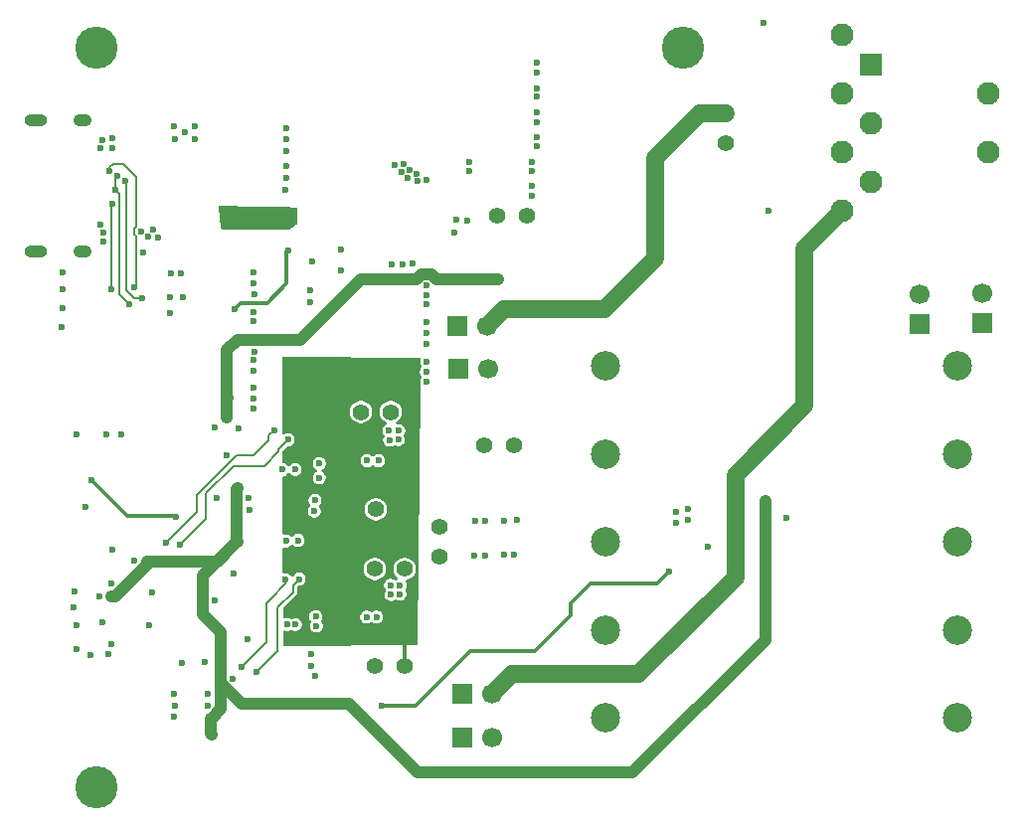
<source format=gbr>
G04 #@! TF.GenerationSoftware,KiCad,Pcbnew,9.0.1+1*
G04 #@! TF.CreationDate,2025-10-09T09:51:30+00:00*
G04 #@! TF.ProjectId,c64psu,63363470-7375-42e6-9b69-6361645f7063,rev?*
G04 #@! TF.SameCoordinates,Original*
G04 #@! TF.FileFunction,Copper,L3,Inr*
G04 #@! TF.FilePolarity,Positive*
%FSLAX46Y46*%
G04 Gerber Fmt 4.6, Leading zero omitted, Abs format (unit mm)*
G04 Created by KiCad (PCBNEW 9.0.1+1) date 2025-10-09 09:51:30*
%MOMM*%
%LPD*%
G01*
G04 APERTURE LIST*
G04 #@! TA.AperFunction,ComponentPad*
%ADD10C,2.500000*%
G04 #@! TD*
G04 #@! TA.AperFunction,ComponentPad*
%ADD11C,1.400000*%
G04 #@! TD*
G04 #@! TA.AperFunction,ComponentPad*
%ADD12C,3.600000*%
G04 #@! TD*
G04 #@! TA.AperFunction,ComponentPad*
%ADD13R,1.700000X1.700000*%
G04 #@! TD*
G04 #@! TA.AperFunction,ComponentPad*
%ADD14C,1.700000*%
G04 #@! TD*
G04 #@! TA.AperFunction,ComponentPad*
%ADD15O,1.550000X1.050000*%
G04 #@! TD*
G04 #@! TA.AperFunction,ComponentPad*
%ADD16O,1.950000X1.050000*%
G04 #@! TD*
G04 #@! TA.AperFunction,ComponentPad*
%ADD17C,1.950000*%
G04 #@! TD*
G04 #@! TA.AperFunction,ComponentPad*
%ADD18R,1.950000X1.950000*%
G04 #@! TD*
G04 #@! TA.AperFunction,ViaPad*
%ADD19C,0.600000*%
G04 #@! TD*
G04 #@! TA.AperFunction,Conductor*
%ADD20C,0.300000*%
G04 #@! TD*
G04 #@! TA.AperFunction,Conductor*
%ADD21C,1.000000*%
G04 #@! TD*
G04 #@! TA.AperFunction,Conductor*
%ADD22C,1.500000*%
G04 #@! TD*
G04 #@! TA.AperFunction,Conductor*
%ADD23C,0.210000*%
G04 #@! TD*
G04 APERTURE END LIST*
D10*
X183370000Y-69110000D03*
X183370000Y-76610000D03*
X183370000Y-84110000D03*
X183370000Y-91610000D03*
X183370000Y-99110000D03*
X213370000Y-69110000D03*
X213370000Y-76610000D03*
X213370000Y-84110000D03*
X213370000Y-91610000D03*
X213370000Y-99110000D03*
D11*
X163748400Y-94691200D03*
X166288400Y-94691200D03*
X163799200Y-81330800D03*
X166339200Y-81330800D03*
D12*
X190000000Y-42000000D03*
D13*
X170784600Y-65684400D03*
D14*
X173324600Y-65684400D03*
D13*
X171140200Y-100787200D03*
D14*
X173680200Y-100787200D03*
D13*
X170835400Y-69392800D03*
D14*
X173375400Y-69392800D03*
D11*
X172994001Y-75844400D03*
X175534001Y-75844400D03*
X165079999Y-73050400D03*
X162539999Y-73050400D03*
X169214800Y-85344000D03*
X169214800Y-82804000D03*
D15*
X138850000Y-48155000D03*
X138850000Y-59395000D03*
D16*
X134850000Y-48155000D03*
X134850000Y-59395000D03*
D13*
X171140200Y-97078800D03*
D14*
X173680200Y-97078800D03*
D11*
X166248400Y-86410800D03*
X163708400Y-86410800D03*
D12*
X140000000Y-105000000D03*
D11*
X174170300Y-56365150D03*
X176710300Y-56365150D03*
D17*
X215980000Y-50940000D03*
X215980000Y-45940000D03*
D18*
X205980000Y-43440000D03*
D17*
X205980000Y-48440000D03*
X205980000Y-53440000D03*
X203480000Y-45940000D03*
X203480000Y-50940000D03*
X203480000Y-40940000D03*
X203480000Y-55940000D03*
D11*
X193598800Y-50170399D03*
X193598800Y-47630399D03*
D12*
X140000000Y-42000000D03*
D13*
X215442800Y-65486200D03*
D14*
X215442800Y-62946200D03*
D13*
X210108800Y-65537000D03*
D14*
X210108800Y-62997000D03*
D19*
X165108825Y-88595899D03*
X177535865Y-48329416D03*
X137007600Y-65836800D03*
X158242000Y-62687200D03*
X165854388Y-88555442D03*
X153397213Y-69534603D03*
X147232327Y-61231221D03*
X147367023Y-63241024D03*
X165056809Y-87792540D03*
X151605000Y-95741000D03*
X165404800Y-51968400D03*
X158556227Y-81495975D03*
X141333500Y-50573950D03*
X146631130Y-48684508D03*
X151064199Y-76720200D03*
X153414200Y-68630800D03*
X158680941Y-90451412D03*
X140331850Y-57091395D03*
X148432067Y-48691598D03*
X163017200Y-90502800D03*
X177119813Y-54592482D03*
X158270000Y-93675200D03*
X158658756Y-95521926D03*
X158625582Y-80565466D03*
X137109200Y-61112400D03*
X164986239Y-75423107D03*
X150084899Y-74380500D03*
X151683800Y-86777400D03*
X189331600Y-81539200D03*
X156289200Y-91135200D03*
X145282548Y-58147437D03*
X177104954Y-53790096D03*
X158985445Y-78639616D03*
X177104954Y-51739555D03*
X165749141Y-74631307D03*
X149522200Y-98027000D03*
X197205600Y-55930800D03*
X168147627Y-68804616D03*
X153431890Y-63006592D03*
X165731802Y-75382650D03*
X141325600Y-84734400D03*
X138323400Y-93201000D03*
X147531100Y-49253150D03*
X137160000Y-62548750D03*
X144836226Y-57520465D03*
X168099001Y-63093600D03*
X141333500Y-49761150D03*
X153379874Y-64506387D03*
X158270000Y-94640400D03*
X158214000Y-63652400D03*
X159002783Y-77434578D03*
X177127243Y-52556800D03*
X140307085Y-50562617D03*
X143818100Y-57662976D03*
X149245400Y-94318600D03*
X164934223Y-74619748D03*
X166682700Y-52402750D03*
X146654600Y-97061800D03*
X138120200Y-88324200D03*
X156212776Y-48842560D03*
X168099001Y-69646800D03*
X138034789Y-89679611D03*
X146673671Y-49826047D03*
X141320600Y-87641000D03*
X170456850Y-57736750D03*
X153440560Y-67904767D03*
X141320600Y-92794600D03*
X153003299Y-80397700D03*
X146659800Y-98027000D03*
X143962600Y-59486800D03*
X167363100Y-53332350D03*
X177543295Y-44094603D03*
X166921248Y-60428566D03*
X137160000Y-64211200D03*
X144775000Y-88375000D03*
X196799200Y-39928800D03*
X147264200Y-94420200D03*
X168095611Y-63837086D03*
X140304600Y-88781400D03*
X168095611Y-67205124D03*
X144395672Y-58112274D03*
X140863400Y-74944200D03*
X146310724Y-63283560D03*
X177550724Y-46204580D03*
X165871727Y-87804099D03*
X140579500Y-58488140D03*
X146324903Y-61263122D03*
X157175200Y-83972400D03*
X156114589Y-54095953D03*
X164033200Y-77193200D03*
X148417887Y-49804776D03*
X168099001Y-66344800D03*
X156174024Y-52075130D03*
X146287500Y-64656750D03*
X177550724Y-50424534D03*
X165971500Y-52605950D03*
X140503893Y-90994456D03*
X165140473Y-60480033D03*
X156219341Y-53075254D03*
X153362536Y-72742258D03*
X192043900Y-84531200D03*
X158343600Y-60198000D03*
X143228200Y-85733400D03*
X171750508Y-52544481D03*
X156936817Y-77946457D03*
X177543295Y-45454201D03*
X146652601Y-98992200D03*
X153026099Y-81362900D03*
X190347600Y-81308000D03*
X141066600Y-93658200D03*
X156959628Y-91158318D03*
X153414199Y-62077600D03*
X139542600Y-93743611D03*
X153371205Y-70947705D03*
X140569594Y-57765003D03*
X153414199Y-71882000D03*
X156208199Y-49834800D03*
X138323400Y-74944200D03*
X171559500Y-56722749D03*
X168097200Y-53238400D03*
X149522200Y-97061800D03*
X168095611Y-62289609D03*
X156220753Y-50860339D03*
X155861820Y-77955127D03*
X171770320Y-51742096D03*
X177528436Y-43284788D03*
X163870799Y-90502800D03*
X166065200Y-60504601D03*
X167292300Y-52758350D03*
X150214499Y-80397700D03*
X177528436Y-47541890D03*
X166530300Y-53113950D03*
X153371205Y-61160023D03*
X166174700Y-51894750D03*
X158748199Y-91287600D03*
X156159200Y-84023200D03*
X163068000Y-77193200D03*
X138276507Y-91241944D03*
X142133400Y-74944200D03*
X177550724Y-49607290D03*
X152116899Y-74403300D03*
X150120848Y-89122200D03*
X153416000Y-65328800D03*
X168160631Y-65397567D03*
X168121619Y-70443121D03*
X170637200Y-56642000D03*
X140498762Y-49899690D03*
X198808100Y-82057200D03*
X156311600Y-59283600D03*
X151750000Y-64250000D03*
X160832800Y-59183900D03*
X151125000Y-72700000D03*
X190347600Y-82268000D03*
X174250000Y-61750000D03*
X151156092Y-71816415D03*
X189331600Y-82499200D03*
X173375000Y-61750000D03*
X172575000Y-61750000D03*
X151125000Y-73500000D03*
X152014000Y-84082400D03*
X150617000Y-95741000D03*
X152014198Y-79550000D03*
X149855000Y-100516200D03*
X151429800Y-84666600D03*
X196951600Y-80646000D03*
X149753400Y-99144600D03*
X141320600Y-88601000D03*
X152014198Y-80340000D03*
X150921800Y-85174600D03*
X144260200Y-85835000D03*
X141607500Y-54138750D03*
X142846261Y-63856647D03*
X141822754Y-52912510D03*
X143924300Y-63375550D03*
X142458534Y-53398090D03*
X141127500Y-52516750D03*
X143213100Y-62421750D03*
X141367500Y-55349750D03*
X141289958Y-62570008D03*
X144526000Y-91236800D03*
X139039600Y-81127600D03*
X139593400Y-78844200D03*
X146761200Y-81940400D03*
X151540302Y-56263550D03*
X156849777Y-56095732D03*
X156255505Y-56617952D03*
X156179777Y-55825732D03*
X151595100Y-57228750D03*
X150934700Y-55755550D03*
X188772800Y-86614000D03*
X164338000Y-98044000D03*
X174762932Y-82287215D03*
X175833716Y-82231445D03*
X173078677Y-82287215D03*
X172275589Y-82320677D03*
X152857200Y-92354400D03*
X172164049Y-85254180D03*
X175588328Y-85164948D03*
X173112139Y-85254180D03*
X174751778Y-85198410D03*
X157276800Y-87274400D03*
X153670000Y-95148400D03*
X152404000Y-94738000D03*
X156108400Y-87325200D03*
X145925420Y-84198580D03*
X155143200Y-74574400D03*
X147116800Y-84378800D03*
X156325800Y-75412600D03*
X161147697Y-91189962D03*
X161594800Y-69596000D03*
X161594800Y-70358000D03*
X164950168Y-77703450D03*
X159664400Y-68834000D03*
X162997962Y-78314799D03*
X163017200Y-91462800D03*
X159664400Y-69596000D03*
X160578800Y-69646800D03*
X165800405Y-78296818D03*
X165779842Y-90907665D03*
X161654536Y-77952613D03*
X165779856Y-77672626D03*
X160832800Y-61008900D03*
X157734000Y-70358000D03*
X162509200Y-68834000D03*
X157734000Y-68834000D03*
X161594800Y-68834000D03*
X164469823Y-78307093D03*
X163982400Y-91462800D03*
X157734000Y-69596000D03*
X158648400Y-68834000D03*
X162509200Y-69646800D03*
X162095545Y-91253537D03*
X160578800Y-68834000D03*
X159664400Y-70358000D03*
X165461966Y-91531858D03*
X158648400Y-70408800D03*
X158648400Y-69646800D03*
X162206805Y-77986006D03*
X162509200Y-70408800D03*
X160578800Y-70408800D03*
X164745301Y-91115729D03*
X163722333Y-78340486D03*
D20*
X152246000Y-63754000D02*
X151750000Y-64250000D01*
X156311600Y-59283600D02*
X156210000Y-59385200D01*
X156210000Y-62077600D02*
X154533600Y-63754000D01*
X154533600Y-63754000D02*
X152246000Y-63754000D01*
X156210000Y-59385200D02*
X156210000Y-62077600D01*
D21*
X168952067Y-61730437D02*
X174230437Y-61730437D01*
X174230437Y-61730437D02*
X174250000Y-61750000D01*
X168510239Y-61288609D02*
X168952067Y-61730437D01*
X151993600Y-66903600D02*
X157378400Y-66903600D01*
X151125000Y-71785323D02*
X151125000Y-67772200D01*
X162551563Y-61730437D02*
X167239155Y-61730437D01*
X157378400Y-66903600D02*
X162551563Y-61730437D01*
X151156092Y-71816415D02*
X151125000Y-71847507D01*
X151156092Y-71816415D02*
X151125000Y-71785323D01*
X151125000Y-72700000D02*
X151125000Y-73500000D01*
X167680983Y-61288609D02*
X168510239Y-61288609D01*
X151125000Y-67772200D02*
X151993600Y-66903600D01*
X167239155Y-61730437D02*
X167680983Y-61288609D01*
X151125000Y-71847507D02*
X151125000Y-72700000D01*
D22*
X173680200Y-97078800D02*
X175407400Y-95351600D01*
X186182000Y-95351600D02*
X194411600Y-87122000D01*
X194411600Y-87122000D02*
X194411600Y-78384400D01*
X200304400Y-59115600D02*
X203480000Y-55940000D01*
X200304400Y-72491600D02*
X200304400Y-59115600D01*
X175407400Y-95351600D02*
X186182000Y-95351600D01*
X194411600Y-78384400D02*
X200304400Y-72491600D01*
X183235600Y-64312800D02*
X187604400Y-59944000D01*
X173324600Y-65684400D02*
X174696200Y-64312800D01*
X187604400Y-51409600D02*
X191383601Y-47630399D01*
X174696200Y-64312800D02*
X183235600Y-64312800D01*
X187604400Y-59944000D02*
X187604400Y-51409600D01*
X191383601Y-47630399D02*
X193598800Y-47630399D01*
D21*
X151985200Y-84082400D02*
X149093000Y-86974600D01*
X141646628Y-88730600D02*
X141305600Y-88730600D01*
X149753400Y-99144600D02*
X149753400Y-100414600D01*
X150921800Y-85174600D02*
X150312200Y-85784200D01*
X149753400Y-100414600D02*
X149855000Y-100516200D01*
X161493200Y-97891600D02*
X167335200Y-103733600D01*
X150604000Y-95741000D02*
X150604000Y-98360828D01*
X149093000Y-90254600D02*
X150604000Y-91765600D01*
X144368600Y-85784200D02*
X144368600Y-86008628D01*
X150312200Y-85784200D02*
X144368600Y-85784200D01*
X151985200Y-79578998D02*
X151985200Y-84082400D01*
X152014198Y-79550000D02*
X151985200Y-79578998D01*
X152339972Y-97891600D02*
X161493200Y-97891600D01*
X196951600Y-92456000D02*
X196951600Y-80646000D01*
X149093000Y-86974600D02*
X149093000Y-90254600D01*
X150604000Y-96155628D02*
X152339972Y-97891600D01*
X144368600Y-86008628D02*
X141646628Y-88730600D01*
X167335200Y-103733600D02*
X185674000Y-103733600D01*
X150604000Y-98360828D02*
X149820228Y-99144600D01*
X149820228Y-99144600D02*
X149753400Y-99144600D01*
X150604000Y-91765600D02*
X150604000Y-96155628D01*
X185674000Y-103733600D02*
X196951600Y-92456000D01*
X152002299Y-84070699D02*
X152014000Y-84082400D01*
X150604000Y-91765600D02*
X150604000Y-95741000D01*
D23*
X142846261Y-63856647D02*
X141972586Y-62982972D01*
X141972586Y-62982972D02*
X141972586Y-54503836D01*
X141607500Y-53127764D02*
X141822754Y-52912510D01*
X141972586Y-54503836D02*
X141607500Y-54138750D01*
X141607500Y-54138750D02*
X141607500Y-53127764D01*
X142544800Y-53484356D02*
X142544800Y-62707250D01*
X143213100Y-63375550D02*
X143924300Y-63375550D01*
X142458534Y-53398090D02*
X142544800Y-53484356D01*
X142544800Y-62707250D02*
X143213100Y-63375550D01*
X143357600Y-57266462D02*
X143212100Y-57411962D01*
X141127500Y-52516750D02*
X141127500Y-52217300D01*
X143212100Y-57913990D02*
X143357600Y-58059490D01*
X141427200Y-51917600D02*
X142290800Y-51917600D01*
X143357600Y-52984400D02*
X143357600Y-57266462D01*
X143357600Y-58059490D02*
X143357600Y-62277250D01*
X143212100Y-57411962D02*
X143212100Y-57913990D01*
X143357600Y-62277250D02*
X143213100Y-62421750D01*
X142290800Y-51917600D02*
X143357600Y-52984400D01*
X141127500Y-52217300D02*
X141427200Y-51917600D01*
X141274800Y-62554850D02*
X141289958Y-62570008D01*
X141367500Y-55349750D02*
X141274800Y-55442450D01*
X141274800Y-55442450D02*
X141274800Y-62554850D01*
D20*
X146761200Y-81940400D02*
X146710400Y-81889600D01*
X142638800Y-81889600D02*
X139593400Y-78844200D01*
X146710400Y-81889600D02*
X142638800Y-81889600D01*
X164338000Y-98044000D02*
X167182800Y-98044000D01*
X180390800Y-89357200D02*
X182118000Y-87630000D01*
X167182800Y-98044000D02*
X171805600Y-93421200D01*
X180390800Y-90373200D02*
X180390800Y-89357200D01*
X171805600Y-93421200D02*
X177342800Y-93421200D01*
X187756800Y-87630000D02*
X188772800Y-86614000D01*
X182118000Y-87630000D02*
X187756800Y-87630000D01*
X177342800Y-93421200D02*
X180390800Y-90373200D01*
D23*
X156768800Y-88392000D02*
X156768800Y-87782400D01*
X153670000Y-95148400D02*
X155448000Y-93370400D01*
X155448000Y-89712800D02*
X156768800Y-88392000D01*
X155448000Y-93370400D02*
X155448000Y-89712800D01*
X156768800Y-87782400D02*
X157276800Y-87274400D01*
X156108400Y-87680800D02*
X156108400Y-87325200D01*
X154482800Y-90627200D02*
X154482800Y-89306400D01*
X154482800Y-92659200D02*
X154482800Y-90627200D01*
X152404000Y-94738000D02*
X154482800Y-92659200D01*
X154787600Y-89001600D02*
X156108400Y-87680800D01*
X154482800Y-89306400D02*
X154787600Y-89001600D01*
X148590000Y-80924400D02*
X148590000Y-80139958D01*
X148590000Y-80139958D02*
X151971158Y-76758800D01*
X145925420Y-84198580D02*
X148590000Y-81534000D01*
X153416000Y-76758800D02*
X154686000Y-75488800D01*
X154686000Y-75488800D02*
X154686000Y-75031600D01*
X151971158Y-76758800D02*
X152958800Y-76758800D01*
X154686000Y-75031600D02*
X155143200Y-74574400D01*
X152958800Y-76758800D02*
X153416000Y-76758800D01*
X148590000Y-81534000D02*
X148590000Y-80924400D01*
X147116800Y-84378800D02*
X149352000Y-82143600D01*
X155498800Y-76239600D02*
X156325800Y-75412600D01*
X154279600Y-77622400D02*
X155498800Y-76403200D01*
X149352000Y-79959200D02*
X151688800Y-77622400D01*
X151688800Y-77622400D02*
X154279600Y-77622400D01*
X149352000Y-82143600D02*
X149352000Y-79959200D01*
X155498800Y-76403200D02*
X155498800Y-76239600D01*
D20*
X166288400Y-92272800D02*
X165963600Y-91948000D01*
X166288400Y-94691200D02*
X166288400Y-92272800D01*
G04 #@! TA.AperFunction,Conductor*
G36*
X167518029Y-68426915D02*
G01*
X167584984Y-68446886D01*
X167630513Y-68499886D01*
X167640160Y-68569086D01*
X167636012Y-68584084D01*
X167636747Y-68584281D01*
X167634644Y-68592129D01*
X167634643Y-68592131D01*
X167597127Y-68732141D01*
X167597127Y-68877091D01*
X167634643Y-69017101D01*
X167634644Y-69017102D01*
X167653320Y-69049450D01*
X167657507Y-69065459D01*
X167665318Y-69077938D01*
X167669924Y-69112930D01*
X167668166Y-69260267D01*
X167651562Y-69320787D01*
X167586017Y-69434315D01*
X167548501Y-69574325D01*
X167548501Y-69719275D01*
X167586017Y-69859285D01*
X167586018Y-69859288D01*
X167642492Y-69957103D01*
X167646678Y-69973109D01*
X167654491Y-69985591D01*
X167659096Y-70020583D01*
X167657988Y-70113389D01*
X167641386Y-70173906D01*
X167608636Y-70230633D01*
X167608635Y-70230634D01*
X167589877Y-70300641D01*
X167571119Y-70370646D01*
X167571119Y-70515596D01*
X167599256Y-70620603D01*
X167608635Y-70655607D01*
X167608637Y-70655612D01*
X167633642Y-70698921D01*
X167650246Y-70762399D01*
X167387448Y-92791758D01*
X167366965Y-92858558D01*
X167313619Y-92903680D01*
X167264554Y-92914274D01*
X156029782Y-93013697D01*
X155962571Y-92994607D01*
X155916351Y-92942210D01*
X155904686Y-92890213D01*
X155900030Y-91761084D01*
X155919437Y-91693968D01*
X155972052Y-91647996D01*
X156041169Y-91637767D01*
X156071478Y-91646015D01*
X156076710Y-91648182D01*
X156076712Y-91648182D01*
X156076715Y-91648184D01*
X156216725Y-91685700D01*
X156216728Y-91685700D01*
X156361672Y-91685700D01*
X156361675Y-91685700D01*
X156501685Y-91648184D01*
X156501687Y-91648182D01*
X156501689Y-91648182D01*
X156501690Y-91648181D01*
X156502011Y-91647996D01*
X156519728Y-91637767D01*
X156542392Y-91624682D01*
X156610292Y-91608208D01*
X156666392Y-91624680D01*
X156747143Y-91671302D01*
X156887153Y-91708818D01*
X156887156Y-91708818D01*
X157032100Y-91708818D01*
X157032103Y-91708818D01*
X157172113Y-91671302D01*
X157297643Y-91598827D01*
X157400137Y-91496333D01*
X157472612Y-91370803D01*
X157510128Y-91230793D01*
X157510128Y-91085843D01*
X157472612Y-90945833D01*
X157470517Y-90942205D01*
X157400139Y-90820306D01*
X157400134Y-90820300D01*
X157297645Y-90717811D01*
X157297639Y-90717806D01*
X157172116Y-90645335D01*
X157172117Y-90645335D01*
X157134412Y-90635232D01*
X157032103Y-90607818D01*
X156887153Y-90607818D01*
X156821806Y-90625328D01*
X156747141Y-90645334D01*
X156747138Y-90645336D01*
X156706432Y-90668837D01*
X156638531Y-90685308D01*
X156582434Y-90668836D01*
X156501688Y-90622217D01*
X156501689Y-90622217D01*
X156468813Y-90613408D01*
X156361675Y-90584700D01*
X156216725Y-90584700D01*
X156126582Y-90608854D01*
X156076710Y-90622217D01*
X156071642Y-90624316D01*
X156070857Y-90625003D01*
X156069501Y-90625203D01*
X156069201Y-90625328D01*
X156069169Y-90625252D01*
X156041645Y-90629326D01*
X156012944Y-90636280D01*
X156007470Y-90634383D01*
X156001740Y-90635232D01*
X155974824Y-90623073D01*
X155946924Y-90613408D01*
X155943344Y-90608854D01*
X155938065Y-90606469D01*
X155921995Y-90581689D01*
X155903750Y-90558474D01*
X155902380Y-90551442D01*
X155900049Y-90547847D01*
X155894883Y-90512940D01*
X155894330Y-90378937D01*
X158130441Y-90378937D01*
X158130441Y-90523887D01*
X158162984Y-90645336D01*
X158167958Y-90663900D01*
X158240429Y-90789423D01*
X158240434Y-90789429D01*
X158274413Y-90823408D01*
X158307898Y-90884731D01*
X158302914Y-90954423D01*
X158294119Y-90973089D01*
X158235216Y-91075111D01*
X158235215Y-91075115D01*
X158197699Y-91215125D01*
X158197699Y-91360075D01*
X158207042Y-91394942D01*
X158235216Y-91500088D01*
X158307687Y-91625611D01*
X158307689Y-91625613D01*
X158307690Y-91625615D01*
X158410184Y-91728109D01*
X158410185Y-91728110D01*
X158410187Y-91728111D01*
X158535710Y-91800582D01*
X158535711Y-91800582D01*
X158535714Y-91800584D01*
X158675724Y-91838100D01*
X158675727Y-91838100D01*
X158820671Y-91838100D01*
X158820674Y-91838100D01*
X158960684Y-91800584D01*
X159086214Y-91728109D01*
X159188708Y-91625615D01*
X159261183Y-91500085D01*
X159298699Y-91360075D01*
X159298699Y-91215125D01*
X159261183Y-91075115D01*
X159188708Y-90949585D01*
X159154726Y-90915603D01*
X159121241Y-90854280D01*
X159126225Y-90784588D01*
X159135014Y-90765932D01*
X159193925Y-90663897D01*
X159231441Y-90523887D01*
X159231441Y-90430325D01*
X162466700Y-90430325D01*
X162466700Y-90575275D01*
X162504216Y-90715285D01*
X162504217Y-90715288D01*
X162576688Y-90840811D01*
X162576690Y-90840813D01*
X162576691Y-90840815D01*
X162679185Y-90943309D01*
X162679186Y-90943310D01*
X162679188Y-90943311D01*
X162804711Y-91015782D01*
X162804712Y-91015782D01*
X162804715Y-91015784D01*
X162944725Y-91053300D01*
X162944728Y-91053300D01*
X163089672Y-91053300D01*
X163089675Y-91053300D01*
X163229685Y-91015784D01*
X163355215Y-90943309D01*
X163356307Y-90942216D01*
X163357460Y-90941586D01*
X163361666Y-90938360D01*
X163362168Y-90939015D01*
X163417623Y-90908724D01*
X163487316Y-90913698D01*
X163526127Y-90938636D01*
X163526338Y-90938362D01*
X163529626Y-90940885D01*
X163531680Y-90942205D01*
X163532784Y-90943309D01*
X163532785Y-90943310D01*
X163532787Y-90943311D01*
X163658310Y-91015782D01*
X163658311Y-91015782D01*
X163658314Y-91015784D01*
X163798324Y-91053300D01*
X163798327Y-91053300D01*
X163943271Y-91053300D01*
X163943274Y-91053300D01*
X164083284Y-91015784D01*
X164208814Y-90943309D01*
X164311308Y-90840815D01*
X164383783Y-90715285D01*
X164421299Y-90575275D01*
X164421299Y-90430325D01*
X164383783Y-90290315D01*
X164311308Y-90164785D01*
X164208814Y-90062291D01*
X164208812Y-90062290D01*
X164208810Y-90062288D01*
X164083287Y-89989817D01*
X164083288Y-89989817D01*
X164071805Y-89986740D01*
X163943274Y-89952300D01*
X163798324Y-89952300D01*
X163658314Y-89989816D01*
X163658312Y-89989816D01*
X163658312Y-89989817D01*
X163621790Y-90010903D01*
X163532790Y-90062288D01*
X163532781Y-90062293D01*
X163531674Y-90063401D01*
X163530506Y-90064038D01*
X163526334Y-90067240D01*
X163525834Y-90066588D01*
X163470348Y-90096881D01*
X163400657Y-90091892D01*
X163361871Y-90066963D01*
X163361661Y-90067238D01*
X163358371Y-90064714D01*
X163356318Y-90063394D01*
X163355217Y-90062293D01*
X163355211Y-90062288D01*
X163229688Y-89989817D01*
X163229689Y-89989817D01*
X163218206Y-89986740D01*
X163089675Y-89952300D01*
X162944725Y-89952300D01*
X162816193Y-89986740D01*
X162804711Y-89989817D01*
X162679188Y-90062288D01*
X162679182Y-90062293D01*
X162576693Y-90164782D01*
X162576688Y-90164788D01*
X162504217Y-90290311D01*
X162504216Y-90290315D01*
X162466700Y-90430325D01*
X159231441Y-90430325D01*
X159231441Y-90378937D01*
X159193925Y-90238927D01*
X159151117Y-90164782D01*
X159121452Y-90113400D01*
X159121447Y-90113394D01*
X159018958Y-90010905D01*
X159018952Y-90010900D01*
X158893429Y-89938429D01*
X158893430Y-89938429D01*
X158881947Y-89935352D01*
X158753416Y-89900912D01*
X158608466Y-89900912D01*
X158479934Y-89935352D01*
X158468452Y-89938429D01*
X158342929Y-90010900D01*
X158342923Y-90010905D01*
X158240434Y-90113394D01*
X158240429Y-90113400D01*
X158167958Y-90238923D01*
X158167957Y-90238927D01*
X158130441Y-90378937D01*
X155894330Y-90378937D01*
X155892039Y-89823385D01*
X155911447Y-89756267D01*
X155928352Y-89735200D01*
X157053271Y-88610282D01*
X157100074Y-88529219D01*
X157124300Y-88438803D01*
X157124300Y-88345198D01*
X157124300Y-87981015D01*
X157132944Y-87951574D01*
X157139468Y-87921588D01*
X157143222Y-87916572D01*
X157143985Y-87913976D01*
X157160619Y-87893334D01*
X157192734Y-87861219D01*
X157254057Y-87827734D01*
X157280415Y-87824900D01*
X157349272Y-87824900D01*
X157349275Y-87824900D01*
X157489285Y-87787384D01*
X157605885Y-87720065D01*
X164506309Y-87720065D01*
X164506309Y-87865015D01*
X164543825Y-88005025D01*
X164543826Y-88005028D01*
X164616297Y-88130551D01*
X164616302Y-88130557D01*
X164628601Y-88142856D01*
X164662086Y-88204179D01*
X164657102Y-88273871D01*
X164648308Y-88292536D01*
X164595842Y-88383411D01*
X164595841Y-88383413D01*
X164595841Y-88383414D01*
X164558325Y-88523424D01*
X164558325Y-88668374D01*
X164589125Y-88783318D01*
X164595842Y-88808387D01*
X164668313Y-88933910D01*
X164668315Y-88933912D01*
X164668316Y-88933914D01*
X164770810Y-89036408D01*
X164770811Y-89036409D01*
X164770813Y-89036410D01*
X164896336Y-89108881D01*
X164896337Y-89108881D01*
X164896340Y-89108883D01*
X165036350Y-89146399D01*
X165036353Y-89146399D01*
X165181297Y-89146399D01*
X165181300Y-89146399D01*
X165321310Y-89108883D01*
X165446840Y-89036408D01*
X165446840Y-89036407D01*
X165453879Y-89032344D01*
X165455566Y-89035266D01*
X165506051Y-89015671D01*
X165574514Y-89029617D01*
X165578520Y-89031831D01*
X165641903Y-89068426D01*
X165781913Y-89105942D01*
X165781916Y-89105942D01*
X165926860Y-89105942D01*
X165926863Y-89105942D01*
X166066873Y-89068426D01*
X166192403Y-88995951D01*
X166294897Y-88893457D01*
X166367372Y-88767927D01*
X166404888Y-88627917D01*
X166404888Y-88482967D01*
X166367372Y-88342957D01*
X166317620Y-88256785D01*
X166301148Y-88188887D01*
X166317619Y-88132788D01*
X166384711Y-88016584D01*
X166422227Y-87876574D01*
X166422227Y-87731624D01*
X166384711Y-87591614D01*
X166384709Y-87591611D01*
X166384709Y-87591609D01*
X166384708Y-87591608D01*
X166347560Y-87527267D01*
X166331086Y-87459367D01*
X166353938Y-87393340D01*
X166408858Y-87350149D01*
X166430755Y-87343649D01*
X166457355Y-87338357D01*
X166525651Y-87324773D01*
X166698631Y-87253122D01*
X166854308Y-87149102D01*
X166986702Y-87016708D01*
X167090722Y-86861031D01*
X167162373Y-86688051D01*
X167198900Y-86504416D01*
X167198900Y-86317184D01*
X167162373Y-86133549D01*
X167090722Y-85960569D01*
X167090721Y-85960568D01*
X167090718Y-85960562D01*
X166986702Y-85804892D01*
X166986699Y-85804888D01*
X166854311Y-85672500D01*
X166854307Y-85672497D01*
X166698637Y-85568481D01*
X166698628Y-85568476D01*
X166525651Y-85496827D01*
X166525643Y-85496825D01*
X166342020Y-85460300D01*
X166342016Y-85460300D01*
X166154784Y-85460300D01*
X166154779Y-85460300D01*
X165971156Y-85496825D01*
X165971148Y-85496827D01*
X165798171Y-85568476D01*
X165798162Y-85568481D01*
X165642492Y-85672497D01*
X165642488Y-85672500D01*
X165510100Y-85804888D01*
X165510097Y-85804892D01*
X165406081Y-85960562D01*
X165406076Y-85960571D01*
X165334427Y-86133548D01*
X165334425Y-86133556D01*
X165297900Y-86317179D01*
X165297900Y-86504420D01*
X165334425Y-86688043D01*
X165334427Y-86688051D01*
X165406076Y-86861028D01*
X165406081Y-86861037D01*
X165510097Y-87016707D01*
X165510100Y-87016711D01*
X165624386Y-87130997D01*
X165636366Y-87152938D01*
X165651823Y-87172592D01*
X165652824Y-87183077D01*
X165657871Y-87192320D01*
X165656087Y-87217256D01*
X165658464Y-87242145D01*
X165653638Y-87251505D01*
X165652887Y-87262012D01*
X165637903Y-87282026D01*
X165626448Y-87304248D01*
X165613855Y-87314150D01*
X165611015Y-87317945D01*
X165598705Y-87326065D01*
X165534806Y-87362957D01*
X165466906Y-87379430D01*
X165400879Y-87356577D01*
X165397321Y-87353947D01*
X165394823Y-87352030D01*
X165269297Y-87279557D01*
X165269298Y-87279557D01*
X165257815Y-87276480D01*
X165129284Y-87242040D01*
X164984334Y-87242040D01*
X164855802Y-87276480D01*
X164844320Y-87279557D01*
X164718797Y-87352028D01*
X164718791Y-87352033D01*
X164616302Y-87454522D01*
X164616297Y-87454528D01*
X164543826Y-87580051D01*
X164543825Y-87580055D01*
X164506309Y-87720065D01*
X157605885Y-87720065D01*
X157614815Y-87714909D01*
X157717309Y-87612415D01*
X157789784Y-87486885D01*
X157827300Y-87346875D01*
X157827300Y-87201925D01*
X157789784Y-87061915D01*
X157763685Y-87016711D01*
X157717311Y-86936388D01*
X157717306Y-86936382D01*
X157614817Y-86833893D01*
X157614811Y-86833888D01*
X157489288Y-86761417D01*
X157489289Y-86761417D01*
X157477806Y-86758340D01*
X157349275Y-86723900D01*
X157204325Y-86723900D01*
X157075793Y-86758340D01*
X157064311Y-86761417D01*
X156938788Y-86833888D01*
X156938782Y-86833893D01*
X156836293Y-86936382D01*
X156836291Y-86936385D01*
X156785322Y-87024665D01*
X156734754Y-87072880D01*
X156666147Y-87086102D01*
X156601282Y-87060134D01*
X156570548Y-87024665D01*
X156565954Y-87016708D01*
X156548909Y-86987185D01*
X156446415Y-86884691D01*
X156446413Y-86884690D01*
X156446411Y-86884688D01*
X156320888Y-86812217D01*
X156320889Y-86812217D01*
X156309406Y-86809140D01*
X156180875Y-86774700D01*
X156035925Y-86774700D01*
X156035924Y-86774700D01*
X156035915Y-86774701D01*
X156035055Y-86774932D01*
X156034301Y-86774913D01*
X156027869Y-86775761D01*
X156027736Y-86774757D01*
X155965206Y-86773262D01*
X155907347Y-86734093D01*
X155879850Y-86669862D01*
X155878976Y-86655678D01*
X155877580Y-86317179D01*
X162757900Y-86317179D01*
X162757900Y-86504420D01*
X162794425Y-86688043D01*
X162794427Y-86688051D01*
X162866076Y-86861028D01*
X162866081Y-86861037D01*
X162970097Y-87016707D01*
X162970100Y-87016711D01*
X163102488Y-87149099D01*
X163102492Y-87149102D01*
X163258162Y-87253118D01*
X163258171Y-87253123D01*
X163279631Y-87262012D01*
X163431149Y-87324773D01*
X163577818Y-87353947D01*
X163614779Y-87361299D01*
X163614783Y-87361300D01*
X163614784Y-87361300D01*
X163802017Y-87361300D01*
X163802018Y-87361299D01*
X163985651Y-87324773D01*
X164158631Y-87253122D01*
X164314308Y-87149102D01*
X164446702Y-87016708D01*
X164550722Y-86861031D01*
X164622373Y-86688051D01*
X164658900Y-86504416D01*
X164658900Y-86317184D01*
X164622373Y-86133549D01*
X164550722Y-85960569D01*
X164550721Y-85960568D01*
X164550718Y-85960562D01*
X164446702Y-85804892D01*
X164446699Y-85804888D01*
X164314311Y-85672500D01*
X164314307Y-85672497D01*
X164158637Y-85568481D01*
X164158628Y-85568476D01*
X163985651Y-85496827D01*
X163985643Y-85496825D01*
X163802020Y-85460300D01*
X163802016Y-85460300D01*
X163614784Y-85460300D01*
X163614779Y-85460300D01*
X163431156Y-85496825D01*
X163431148Y-85496827D01*
X163258171Y-85568476D01*
X163258162Y-85568481D01*
X163102492Y-85672497D01*
X163102488Y-85672500D01*
X162970100Y-85804888D01*
X162970097Y-85804892D01*
X162866081Y-85960562D01*
X162866076Y-85960571D01*
X162794427Y-86133548D01*
X162794425Y-86133556D01*
X162757900Y-86317179D01*
X155877580Y-86317179D01*
X155870821Y-84677957D01*
X155890229Y-84610838D01*
X155942844Y-84564866D01*
X156011961Y-84554637D01*
X156026903Y-84557670D01*
X156086725Y-84573700D01*
X156086727Y-84573700D01*
X156231672Y-84573700D01*
X156231675Y-84573700D01*
X156371685Y-84536184D01*
X156497215Y-84463709D01*
X156599709Y-84361215D01*
X156599709Y-84361214D01*
X156604919Y-84356005D01*
X156666242Y-84322520D01*
X156735934Y-84327504D01*
X156780281Y-84356005D01*
X156837185Y-84412909D01*
X156837186Y-84412910D01*
X156837188Y-84412911D01*
X156962711Y-84485382D01*
X156962712Y-84485382D01*
X156962715Y-84485384D01*
X157102725Y-84522900D01*
X157102728Y-84522900D01*
X157247672Y-84522900D01*
X157247675Y-84522900D01*
X157387685Y-84485384D01*
X157513215Y-84412909D01*
X157615709Y-84310415D01*
X157688184Y-84184885D01*
X157725700Y-84044875D01*
X157725700Y-83899925D01*
X157688184Y-83759915D01*
X157645038Y-83685185D01*
X157615711Y-83634388D01*
X157615706Y-83634382D01*
X157513217Y-83531893D01*
X157513211Y-83531888D01*
X157387688Y-83459417D01*
X157387689Y-83459417D01*
X157376206Y-83456340D01*
X157247675Y-83421900D01*
X157102725Y-83421900D01*
X156974193Y-83456340D01*
X156962711Y-83459417D01*
X156837188Y-83531888D01*
X156837182Y-83531893D01*
X156729481Y-83639595D01*
X156668158Y-83673080D01*
X156598466Y-83668096D01*
X156554119Y-83639595D01*
X156497217Y-83582693D01*
X156497211Y-83582688D01*
X156371688Y-83510217D01*
X156371689Y-83510217D01*
X156360206Y-83507140D01*
X156231675Y-83472700D01*
X156086725Y-83472700D01*
X156021522Y-83490171D01*
X155951672Y-83488508D01*
X155893810Y-83449345D01*
X155866306Y-83385116D01*
X155865431Y-83370930D01*
X155857400Y-81423500D01*
X158005727Y-81423500D01*
X158005727Y-81568450D01*
X158043243Y-81708460D01*
X158043244Y-81708463D01*
X158115715Y-81833986D01*
X158115717Y-81833988D01*
X158115718Y-81833990D01*
X158218212Y-81936484D01*
X158218213Y-81936485D01*
X158218215Y-81936486D01*
X158343738Y-82008957D01*
X158343739Y-82008957D01*
X158343742Y-82008959D01*
X158483752Y-82046475D01*
X158483755Y-82046475D01*
X158628699Y-82046475D01*
X158628702Y-82046475D01*
X158768712Y-82008959D01*
X158894242Y-81936484D01*
X158996736Y-81833990D01*
X159069211Y-81708460D01*
X159106727Y-81568450D01*
X159106727Y-81423500D01*
X159069211Y-81283490D01*
X159042473Y-81237179D01*
X162848700Y-81237179D01*
X162848700Y-81424420D01*
X162885225Y-81608043D01*
X162885227Y-81608051D01*
X162956876Y-81781028D01*
X162956881Y-81781037D01*
X163060897Y-81936707D01*
X163060900Y-81936711D01*
X163193288Y-82069099D01*
X163193292Y-82069102D01*
X163348962Y-82173118D01*
X163348968Y-82173121D01*
X163348969Y-82173122D01*
X163521949Y-82244773D01*
X163705579Y-82281299D01*
X163705583Y-82281300D01*
X163705584Y-82281300D01*
X163892817Y-82281300D01*
X163892818Y-82281299D01*
X164076451Y-82244773D01*
X164249431Y-82173122D01*
X164405108Y-82069102D01*
X164537502Y-81936708D01*
X164641522Y-81781031D01*
X164713173Y-81608051D01*
X164749700Y-81424416D01*
X164749700Y-81237184D01*
X164713173Y-81053549D01*
X164641522Y-80880569D01*
X164641521Y-80880568D01*
X164641518Y-80880562D01*
X164537502Y-80724892D01*
X164537499Y-80724888D01*
X164405111Y-80592500D01*
X164405107Y-80592497D01*
X164249437Y-80488481D01*
X164249428Y-80488476D01*
X164076451Y-80416827D01*
X164076443Y-80416825D01*
X163892820Y-80380300D01*
X163892816Y-80380300D01*
X163705584Y-80380300D01*
X163705579Y-80380300D01*
X163521956Y-80416825D01*
X163521948Y-80416827D01*
X163348971Y-80488476D01*
X163348962Y-80488481D01*
X163193292Y-80592497D01*
X163193288Y-80592500D01*
X163060900Y-80724888D01*
X163060897Y-80724892D01*
X162956881Y-80880562D01*
X162956876Y-80880571D01*
X162885227Y-81053548D01*
X162885225Y-81053556D01*
X162848700Y-81237179D01*
X159042473Y-81237179D01*
X158996736Y-81157960D01*
X158981603Y-81142827D01*
X158973994Y-81130489D01*
X158968445Y-81110208D01*
X158958370Y-81091756D01*
X158959411Y-81077186D01*
X158955557Y-81063095D01*
X158961854Y-81043034D01*
X158963354Y-81022064D01*
X158973290Y-81006602D01*
X158976483Y-80996433D01*
X158983693Y-80990415D01*
X158991855Y-80977717D01*
X158999888Y-80969684D01*
X159066091Y-80903481D01*
X159138566Y-80777951D01*
X159176082Y-80637941D01*
X159176082Y-80492991D01*
X159138566Y-80352981D01*
X159066091Y-80227451D01*
X158963597Y-80124957D01*
X158963595Y-80124956D01*
X158963593Y-80124954D01*
X158838070Y-80052483D01*
X158838071Y-80052483D01*
X158826588Y-80049406D01*
X158698057Y-80014966D01*
X158553107Y-80014966D01*
X158424575Y-80049406D01*
X158413093Y-80052483D01*
X158287570Y-80124954D01*
X158287564Y-80124959D01*
X158185075Y-80227448D01*
X158185070Y-80227454D01*
X158112599Y-80352977D01*
X158112598Y-80352981D01*
X158075082Y-80492991D01*
X158075082Y-80637941D01*
X158098380Y-80724888D01*
X158112599Y-80777954D01*
X158185070Y-80903477D01*
X158185075Y-80903483D01*
X158189953Y-80908361D01*
X158223438Y-80969684D01*
X158218454Y-81039376D01*
X158189954Y-81083722D01*
X158115721Y-81157956D01*
X158115715Y-81157963D01*
X158043244Y-81283486D01*
X158043243Y-81283490D01*
X158005727Y-81423500D01*
X155857400Y-81423500D01*
X155845860Y-78624980D01*
X155862585Y-78567141D01*
X158434945Y-78567141D01*
X158434945Y-78712091D01*
X158472461Y-78852101D01*
X158472462Y-78852104D01*
X158544933Y-78977627D01*
X158544935Y-78977629D01*
X158544936Y-78977631D01*
X158647430Y-79080125D01*
X158647431Y-79080126D01*
X158647433Y-79080127D01*
X158772956Y-79152598D01*
X158772957Y-79152598D01*
X158772960Y-79152600D01*
X158912970Y-79190116D01*
X158912973Y-79190116D01*
X159057917Y-79190116D01*
X159057920Y-79190116D01*
X159197930Y-79152600D01*
X159323460Y-79080125D01*
X159425954Y-78977631D01*
X159498429Y-78852101D01*
X159535945Y-78712091D01*
X159535945Y-78567141D01*
X159498429Y-78427131D01*
X159480246Y-78395638D01*
X159425956Y-78301604D01*
X159425951Y-78301598D01*
X159323462Y-78199109D01*
X159323456Y-78199104D01*
X159237520Y-78149489D01*
X159189304Y-78098922D01*
X159176082Y-78030315D01*
X159202050Y-77965450D01*
X159237520Y-77934715D01*
X159254859Y-77924704D01*
X159340798Y-77875087D01*
X159443292Y-77772593D01*
X159515767Y-77647063D01*
X159553283Y-77507053D01*
X159553283Y-77362103D01*
X159515767Y-77222093D01*
X159457242Y-77120725D01*
X162517500Y-77120725D01*
X162517500Y-77265675D01*
X162554585Y-77404076D01*
X162555017Y-77405688D01*
X162627488Y-77531211D01*
X162627490Y-77531213D01*
X162627491Y-77531215D01*
X162729985Y-77633709D01*
X162729986Y-77633710D01*
X162729988Y-77633711D01*
X162855511Y-77706182D01*
X162855512Y-77706182D01*
X162855515Y-77706184D01*
X162995525Y-77743700D01*
X162995528Y-77743700D01*
X163140472Y-77743700D01*
X163140475Y-77743700D01*
X163280485Y-77706184D01*
X163406015Y-77633709D01*
X163462919Y-77576805D01*
X163524242Y-77543320D01*
X163593934Y-77548304D01*
X163638281Y-77576805D01*
X163695185Y-77633709D01*
X163695186Y-77633710D01*
X163695188Y-77633711D01*
X163820711Y-77706182D01*
X163820712Y-77706182D01*
X163820715Y-77706184D01*
X163960725Y-77743700D01*
X163960728Y-77743700D01*
X164105672Y-77743700D01*
X164105675Y-77743700D01*
X164245685Y-77706184D01*
X164371215Y-77633709D01*
X164473709Y-77531215D01*
X164546184Y-77405685D01*
X164583700Y-77265675D01*
X164583700Y-77120725D01*
X164546184Y-76980715D01*
X164512050Y-76921594D01*
X164473711Y-76855188D01*
X164473706Y-76855182D01*
X164371217Y-76752693D01*
X164371211Y-76752688D01*
X164245688Y-76680217D01*
X164245689Y-76680217D01*
X164234206Y-76677140D01*
X164105675Y-76642700D01*
X163960725Y-76642700D01*
X163832193Y-76677140D01*
X163820711Y-76680217D01*
X163695188Y-76752688D01*
X163695182Y-76752693D01*
X163638281Y-76809595D01*
X163576958Y-76843080D01*
X163507266Y-76838096D01*
X163462919Y-76809595D01*
X163406017Y-76752693D01*
X163406011Y-76752688D01*
X163280488Y-76680217D01*
X163280489Y-76680217D01*
X163269006Y-76677140D01*
X163140475Y-76642700D01*
X162995525Y-76642700D01*
X162866993Y-76677140D01*
X162855511Y-76680217D01*
X162729988Y-76752688D01*
X162729982Y-76752693D01*
X162627493Y-76855182D01*
X162627488Y-76855188D01*
X162555017Y-76980711D01*
X162555016Y-76980715D01*
X162517500Y-77120725D01*
X159457242Y-77120725D01*
X159443292Y-77096563D01*
X159340798Y-76994069D01*
X159340796Y-76994068D01*
X159340794Y-76994066D01*
X159215271Y-76921595D01*
X159215272Y-76921595D01*
X159203789Y-76918518D01*
X159075258Y-76884078D01*
X158930308Y-76884078D01*
X158801776Y-76918518D01*
X158790294Y-76921595D01*
X158664771Y-76994066D01*
X158664765Y-76994071D01*
X158562276Y-77096560D01*
X158562271Y-77096566D01*
X158489800Y-77222089D01*
X158489799Y-77222093D01*
X158452283Y-77362103D01*
X158452283Y-77507053D01*
X158489799Y-77647063D01*
X158489800Y-77647066D01*
X158562271Y-77772589D01*
X158562273Y-77772591D01*
X158562274Y-77772593D01*
X158664768Y-77875087D01*
X158750707Y-77924704D01*
X158798923Y-77975271D01*
X158812146Y-78043878D01*
X158786178Y-78108743D01*
X158750708Y-78139477D01*
X158647436Y-78199102D01*
X158647427Y-78199109D01*
X158544938Y-78301598D01*
X158544933Y-78301604D01*
X158472462Y-78427127D01*
X158472461Y-78427131D01*
X158434945Y-78567141D01*
X155862585Y-78567141D01*
X155865268Y-78557862D01*
X155917883Y-78511890D01*
X155937756Y-78504699D01*
X156074305Y-78468111D01*
X156199835Y-78395636D01*
X156302329Y-78293142D01*
X156302335Y-78293130D01*
X156304261Y-78290622D01*
X156306441Y-78289029D01*
X156308076Y-78287395D01*
X156308330Y-78287649D01*
X156360685Y-78249414D01*
X156430431Y-78245252D01*
X156490376Y-78278909D01*
X156490561Y-78278725D01*
X156491218Y-78279382D01*
X156491355Y-78279459D01*
X156491747Y-78279911D01*
X156496308Y-78284472D01*
X156598802Y-78386966D01*
X156598803Y-78386967D01*
X156598805Y-78386968D01*
X156724328Y-78459439D01*
X156724329Y-78459439D01*
X156724332Y-78459441D01*
X156864342Y-78496957D01*
X156864345Y-78496957D01*
X157009289Y-78496957D01*
X157009292Y-78496957D01*
X157149302Y-78459441D01*
X157274832Y-78386966D01*
X157377326Y-78284472D01*
X157449801Y-78158942D01*
X157487317Y-78018932D01*
X157487317Y-77873982D01*
X157449801Y-77733972D01*
X157433756Y-77706182D01*
X157377328Y-77608445D01*
X157377323Y-77608439D01*
X157274834Y-77505950D01*
X157274828Y-77505945D01*
X157149305Y-77433474D01*
X157149306Y-77433474D01*
X157137823Y-77430397D01*
X157009292Y-77395957D01*
X156864342Y-77395957D01*
X156735810Y-77430397D01*
X156724328Y-77433474D01*
X156598805Y-77505945D01*
X156598799Y-77505950D01*
X156496308Y-77608441D01*
X156494365Y-77610974D01*
X156492182Y-77612567D01*
X156490561Y-77614189D01*
X156490308Y-77613936D01*
X156437936Y-77652175D01*
X156368190Y-77656327D01*
X156308264Y-77622670D01*
X156308076Y-77622859D01*
X156307405Y-77622188D01*
X156307271Y-77622113D01*
X156306887Y-77621670D01*
X156199837Y-77514620D01*
X156199831Y-77514615D01*
X156074308Y-77442144D01*
X156074309Y-77442144D01*
X156033446Y-77431194D01*
X155934295Y-77404627D01*
X155934294Y-77404627D01*
X155932238Y-77404076D01*
X155872578Y-77367710D01*
X155842049Y-77304863D01*
X155840334Y-77284825D01*
X155837223Y-76530565D01*
X155839311Y-76507395D01*
X155840192Y-76502654D01*
X155854300Y-76450003D01*
X155854300Y-76426781D01*
X155856389Y-76415546D01*
X155867233Y-76394167D01*
X155873985Y-76371175D01*
X155887241Y-76354724D01*
X155887997Y-76353235D01*
X155888839Y-76352741D01*
X155890619Y-76350533D01*
X156241733Y-75999419D01*
X156303056Y-75965934D01*
X156329414Y-75963100D01*
X156398272Y-75963100D01*
X156398275Y-75963100D01*
X156538285Y-75925584D01*
X156663815Y-75853109D01*
X156766309Y-75750615D01*
X156838784Y-75625085D01*
X156876300Y-75485075D01*
X156876300Y-75340125D01*
X156838784Y-75200115D01*
X156821492Y-75170165D01*
X156766311Y-75074588D01*
X156766306Y-75074582D01*
X156663817Y-74972093D01*
X156663811Y-74972088D01*
X156538288Y-74899617D01*
X156538289Y-74899617D01*
X156526806Y-74896540D01*
X156398275Y-74862100D01*
X156253325Y-74862100D01*
X156124793Y-74896540D01*
X156113311Y-74899617D01*
X156016287Y-74955634D01*
X155948386Y-74972107D01*
X155882360Y-74949254D01*
X155839169Y-74894333D01*
X155830288Y-74848758D01*
X155830220Y-74832236D01*
X155822486Y-72956779D01*
X161589499Y-72956779D01*
X161589499Y-73144020D01*
X161626024Y-73327643D01*
X161626026Y-73327651D01*
X161697675Y-73500628D01*
X161697680Y-73500637D01*
X161801696Y-73656307D01*
X161801699Y-73656311D01*
X161934087Y-73788699D01*
X161934091Y-73788702D01*
X162089761Y-73892718D01*
X162089767Y-73892721D01*
X162089768Y-73892722D01*
X162262748Y-73964373D01*
X162446378Y-74000899D01*
X162446382Y-74000900D01*
X162446383Y-74000900D01*
X162633616Y-74000900D01*
X162633617Y-74000899D01*
X162817250Y-73964373D01*
X162990230Y-73892722D01*
X163145907Y-73788702D01*
X163278301Y-73656308D01*
X163382321Y-73500631D01*
X163453972Y-73327651D01*
X163490499Y-73144016D01*
X163490499Y-72956784D01*
X163490498Y-72956779D01*
X164129499Y-72956779D01*
X164129499Y-73144020D01*
X164166024Y-73327643D01*
X164166026Y-73327651D01*
X164237675Y-73500628D01*
X164237680Y-73500637D01*
X164341696Y-73656307D01*
X164341699Y-73656311D01*
X164474087Y-73788699D01*
X164474091Y-73788702D01*
X164629761Y-73892718D01*
X164629770Y-73892723D01*
X164666874Y-73908092D01*
X164721277Y-73951933D01*
X164743342Y-74018227D01*
X164726063Y-74085926D01*
X164681422Y-74130040D01*
X164596208Y-74179239D01*
X164596205Y-74179241D01*
X164493716Y-74281730D01*
X164493711Y-74281736D01*
X164421240Y-74407259D01*
X164421239Y-74407263D01*
X164383723Y-74547273D01*
X164383723Y-74692223D01*
X164409088Y-74786885D01*
X164421240Y-74832236D01*
X164493711Y-74957759D01*
X164493716Y-74957765D01*
X164506015Y-74970064D01*
X164539500Y-75031387D01*
X164534516Y-75101079D01*
X164525722Y-75119744D01*
X164473256Y-75210619D01*
X164473255Y-75210621D01*
X164473255Y-75210622D01*
X164435739Y-75350632D01*
X164435739Y-75495582D01*
X164473255Y-75635592D01*
X164473256Y-75635595D01*
X164545727Y-75761118D01*
X164545729Y-75761120D01*
X164545730Y-75761122D01*
X164648224Y-75863616D01*
X164648225Y-75863617D01*
X164648227Y-75863618D01*
X164773750Y-75936089D01*
X164773751Y-75936089D01*
X164773754Y-75936091D01*
X164913764Y-75973607D01*
X164913767Y-75973607D01*
X165058711Y-75973607D01*
X165058714Y-75973607D01*
X165198724Y-75936091D01*
X165324254Y-75863616D01*
X165324254Y-75863615D01*
X165331293Y-75859552D01*
X165332980Y-75862474D01*
X165383465Y-75842879D01*
X165451928Y-75856825D01*
X165455934Y-75859039D01*
X165519317Y-75895634D01*
X165659327Y-75933150D01*
X165659330Y-75933150D01*
X165804274Y-75933150D01*
X165804277Y-75933150D01*
X165944287Y-75895634D01*
X166069817Y-75823159D01*
X166172311Y-75720665D01*
X166244786Y-75595135D01*
X166282302Y-75455125D01*
X166282302Y-75310175D01*
X166244786Y-75170165D01*
X166195034Y-75083993D01*
X166178562Y-75016095D01*
X166195033Y-74959996D01*
X166262125Y-74843792D01*
X166299641Y-74703782D01*
X166299641Y-74558832D01*
X166262125Y-74418822D01*
X166255451Y-74407263D01*
X166189652Y-74293295D01*
X166189647Y-74293289D01*
X166087158Y-74190800D01*
X166087152Y-74190795D01*
X165961629Y-74118324D01*
X165961630Y-74118324D01*
X165950147Y-74115247D01*
X165821616Y-74080807D01*
X165676666Y-74080807D01*
X165676665Y-74080807D01*
X165670989Y-74081554D01*
X165601954Y-74070785D01*
X165549700Y-74024403D01*
X165530818Y-73957133D01*
X165551302Y-73890334D01*
X165585916Y-73855513D01*
X165685907Y-73788702D01*
X165818301Y-73656308D01*
X165922321Y-73500631D01*
X165993972Y-73327651D01*
X166030499Y-73144016D01*
X166030499Y-72956784D01*
X165993972Y-72773149D01*
X165922321Y-72600169D01*
X165922320Y-72600168D01*
X165922317Y-72600162D01*
X165818301Y-72444492D01*
X165818298Y-72444488D01*
X165685910Y-72312100D01*
X165685906Y-72312097D01*
X165530236Y-72208081D01*
X165530227Y-72208076D01*
X165357250Y-72136427D01*
X165357242Y-72136425D01*
X165173619Y-72099900D01*
X165173615Y-72099900D01*
X164986383Y-72099900D01*
X164986378Y-72099900D01*
X164802755Y-72136425D01*
X164802747Y-72136427D01*
X164629770Y-72208076D01*
X164629761Y-72208081D01*
X164474091Y-72312097D01*
X164474087Y-72312100D01*
X164341699Y-72444488D01*
X164341696Y-72444492D01*
X164237680Y-72600162D01*
X164237675Y-72600171D01*
X164166026Y-72773148D01*
X164166024Y-72773156D01*
X164129499Y-72956779D01*
X163490498Y-72956779D01*
X163453972Y-72773149D01*
X163382321Y-72600169D01*
X163382320Y-72600168D01*
X163382317Y-72600162D01*
X163278301Y-72444492D01*
X163278298Y-72444488D01*
X163145910Y-72312100D01*
X163145906Y-72312097D01*
X162990236Y-72208081D01*
X162990227Y-72208076D01*
X162817250Y-72136427D01*
X162817242Y-72136425D01*
X162633619Y-72099900D01*
X162633615Y-72099900D01*
X162446383Y-72099900D01*
X162446378Y-72099900D01*
X162262755Y-72136425D01*
X162262747Y-72136427D01*
X162089770Y-72208076D01*
X162089761Y-72208081D01*
X161934091Y-72312097D01*
X161934087Y-72312100D01*
X161801699Y-72444488D01*
X161801696Y-72444492D01*
X161697680Y-72600162D01*
X161697675Y-72600171D01*
X161626026Y-72773148D01*
X161626024Y-72773156D01*
X161589499Y-72956779D01*
X155822486Y-72956779D01*
X155804115Y-68501841D01*
X155823523Y-68434724D01*
X155876138Y-68388752D01*
X155928639Y-68377334D01*
X167518029Y-68426915D01*
G37*
G04 #@! TD.AperFunction*
G04 #@! TA.AperFunction,Conductor*
G36*
X153619131Y-55524398D02*
G01*
X153619289Y-55524401D01*
X156055932Y-55575165D01*
X156059232Y-55575277D01*
X157006298Y-55620376D01*
X157072325Y-55643227D01*
X157115517Y-55698148D01*
X157124400Y-55744236D01*
X157124400Y-56980702D01*
X157104715Y-57047741D01*
X157067454Y-57085008D01*
X156444131Y-57485715D01*
X156377094Y-57505409D01*
X156376428Y-57505407D01*
X152050462Y-57482750D01*
X150738647Y-57480210D01*
X150671646Y-57460395D01*
X150625993Y-57407503D01*
X150615932Y-57372271D01*
X150386579Y-55615880D01*
X150397417Y-55546858D01*
X150443852Y-55494651D01*
X150511139Y-55475836D01*
X153619131Y-55524398D01*
G37*
G04 #@! TD.AperFunction*
M02*

</source>
